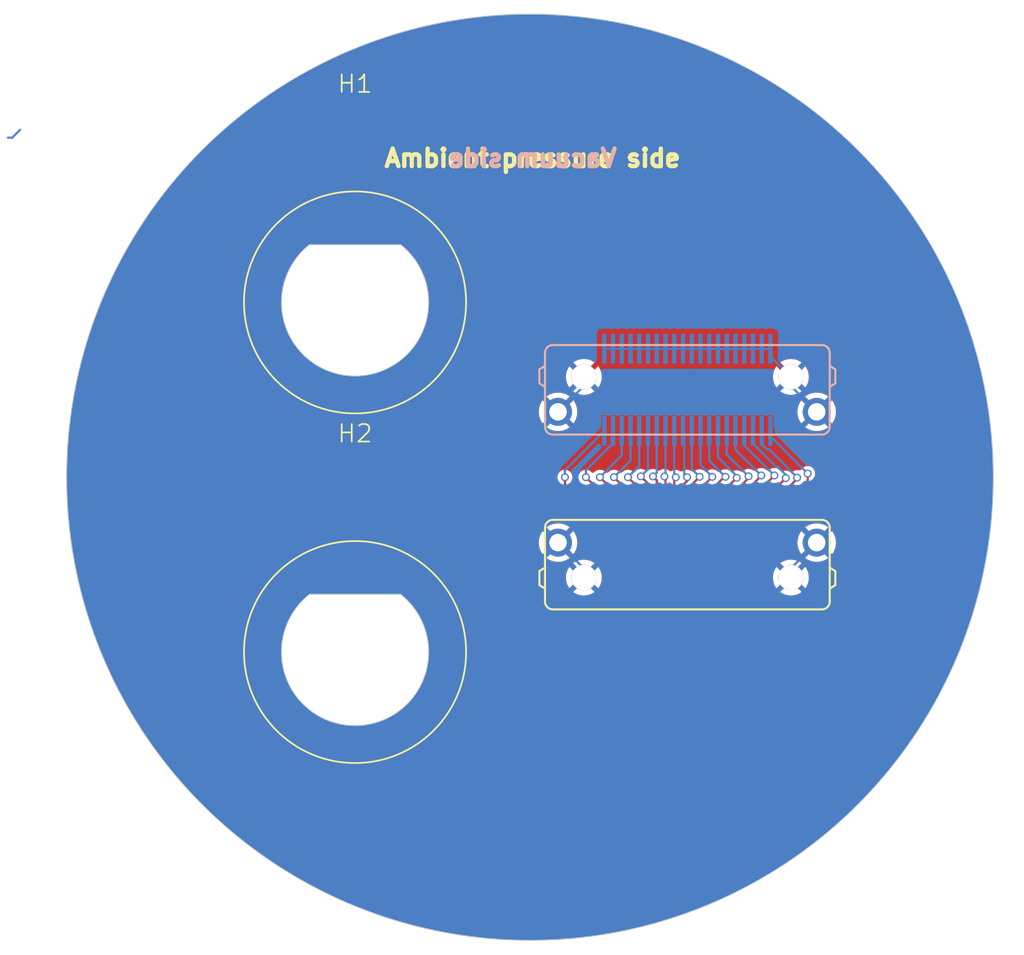
<source format=kicad_pcb>
(kicad_pcb (version 20221018) (generator pcbnew)
  (layers (0 "F.Cu" signal) (31 "B.Cu" signal) (34 "B.Paste" user) (35 "F.Paste" user) (36 "B.SilkS" user "B.Silkscreen") (37 "F.SilkS" user "F.Silkscreen") (38 "B.Mask" user) (39 "F.Mask" user) (44 "Edge.Cuts" user))
  (net 0 "")
  (net 1 "GND")
  (net 2 "Net-(U1-Pad2)")
  (net 3 "Net-(U1-Pad4)")
  (net 4 "Net-(U1-Pad6)")
  (net 5 "Net-(U1-Pad8)")
  (net 6 "Net-(U1-Pad10)")
  (net 7 "Net-(U1-Pad12)")
  (net 8 "Net-(U1-Pad14)")
  (net 9 "Net-(U1-Pad16)")
  (net 10 "Net-(U1-Pad18)")
  (net 11 "Net-(U1-Pad20)")
  (net 12 "Net-(U1-Pad22)")
  (net 13 "Net-(U1-Pad24)")
  (net 14 "Net-(U1-Pad26)")
  (net 15 "Net-(U1-Pad28)")
  (net 16 "Net-(U1-Pad30)")
  (net 17 "Net-(U1-Pad32)")
  (net 18 "Net-(U1-Pad34)")
  (net 19 "Net-(U1-Pad36)")
  (net 20 "Net-(U1-Pad38)")
  (net 21 "Net-(U1-Pad40)")
  (footprint "0_gateway06_lib:SMA_Hermetic" (layer "F.Cu") (at -10 -10)
    (fp_text reference "H1" (at 0 -12.5 unlocked) (layer "F.SilkS") (effects (font (thickness 0.1))))
    (fp_text value "MountingHole")
    (fp_circle (center 0 0) (end 6.35 0) (stroke (width 0.1)) (fill none) (layer "F.SilkS"))
    (fp_line (start -2.6 -3.3) (end 2.6 -3.3) (stroke (width 0.05)) (layer "Edge.Cuts"))
    (fp_arc (start 2.6 -3.3) (mid 0 4.20119) (end -2.6 -3.3) (stroke (width 0.05)) (layer "Edge.Cuts"))
  )
  (footprint "0_gateway06_lib:SMA_Hermetic" (layer "F.Cu") (at -10 10)
    (fp_text reference "H2" (at 0 -12.5 unlocked) (layer "F.SilkS") (effects (font (thickness 0.1))))
    (fp_text value "MountingHole")
    (fp_circle (center 0 0) (end 6.35 0) (stroke (width 0.1)) (fill none) (layer "F.SilkS"))
    (fp_line (start -2.6 -3.3) (end 2.6 -3.3) (stroke (width 0.05)) (layer "Edge.Cuts"))
    (fp_arc (start 2.6 -3.3) (mid 0 4.20119) (end -2.6 -3.3) (stroke (width 0.05)) (layer "Edge.Cuts"))
  )
  (footprint "0_gateway06_lib:LSHM-120-02.5-L-DV-A-S-TR" (layer "F.Cu") (at 9 5)
    (fp_text reference "U2" hide)
    (fp_text value "LSHM-120-02.5-L-DV-A-S-TR" hide)
    (fp_line (start -8.46 0.37) (end -8.46 1.17) (stroke (width 0.12)) (layer "F.SilkS"))
    (fp_line (start -8.46 0.37) (end -8.14 0.17) (stroke (width 0.12)) (layer "F.SilkS"))
    (fp_line (start -8.46 1.17) (end -8.14 1.37) (stroke (width 0.12)) (layer "F.SilkS"))
    (fp_line (start -8.14 -2.11) (end -8.14 2.11) (stroke (width 0.12)) (layer "F.SilkS"))
    (fp_line (start -7.69 -2.56) (end 7.69 -2.56) (stroke (width 0.12)) (layer "F.SilkS"))
    (fp_line (start -7.69 2.56) (end 7.69 2.56) (stroke (width 0.12)) (layer "F.SilkS"))
    (fp_line (start 8.14 2.11) (end 8.14 -2.11) (stroke (width 0.12)) (layer "F.SilkS"))
    (fp_line (start 8.46 0.37) (end 8.14 0.17) (stroke (width 0.12)) (layer "F.SilkS"))
    (fp_line (start 8.46 0.37) (end 8.46 1.17) (stroke (width 0.12)) (layer "F.SilkS"))
    (fp_line (start 8.46 1.17) (end 8.14 1.37) (stroke (width 0.12)) (layer "F.SilkS"))
    (fp_arc (start -8.14 -2.11) (mid -8.008198 -2.428198) (end -7.69 -2.56) (stroke (width 0.12)) (layer "F.SilkS"))
    (fp_arc (start -7.69 2.56) (mid -8.008198 2.428198) (end -8.14 2.11) (stroke (width 0.12)) (layer "F.SilkS"))
    (fp_arc (start 7.69 -2.56) (mid 8.008198 -2.428198) (end 8.14 -2.11) (stroke (width 0.12)) (layer "F.SilkS"))
    (fp_arc (start 8.14 2.11) (mid 8.008198 2.428198) (end 7.69 2.56) (stroke (width 0.12)) (layer "F.SilkS"))
    (pad "0" thru_hole circle (at -7.395 -1.26) (size 1.6 1.6) (drill 1) (layers "*.Cu" "*.Mask") (net 1 "GND"))
    (pad "0" thru_hole circle (at -5.92 0.74) (size 1.45 1.45) (drill 1.45) (layers "*.Cu" "*.Mask") (net 1 "GND"))
    (pad "0" thru_hole circle (at 5.92 0.74) (size 1.45 1.45) (drill 1.45) (layers "*.Cu" "*.Mask") (net 1 "GND"))
    (pad "0" thru_hole circle (at 7.395 -1.26) (size 1.6 1.6) (drill 1) (layers "*.Cu" "*.Mask") (net 1 "GND"))
    (pad "1" smd rect (at 4.75 2.35) (size 0.25 1.7) (layers "F.Cu" "F.Paste" "F.Mask") (net 1 "GND") (clearance 0.05))
    (pad "2" smd rect (at 4.75 -2.35) (size 0.25 1.7) (layers "F.Cu" "F.Paste" "F.Mask") (net 2 "Net-(U1-Pad2)") (clearance 0.05))
    (pad "3" smd rect (at 4.25 2.35) (size 0.25 1.7) (layers "F.Cu" "F.Paste" "F.Mask") (net 1 "GND") (clearance 0.05))
    (pad "4" smd rect (at 4.25 -2.35) (size 0.25 1.7) (layers "F.Cu" "F.Paste" "F.Mask") (net 3 "Net-(U1-Pad4)") (clearance 0.05))
    (pad "5" smd rect (at 3.75 2.35) (size 0.25 1.7) (layers "F.Cu" "F.Paste" "F.Mask") (net 1 "GND") (clearance 0.05))
    (pad "6" smd rect (at 3.75 -2.35) (size 0.25 1.7) (layers "F.Cu" "F.Paste" "F.Mask") (net 4 "Net-(U1-Pad6)") (clearance 0.05))
    (pad "7" smd rect (at 3.25 2.35) (size 0.25 1.7) (layers "F.Cu" "F.Paste" "F.Mask") (net 1 "GND") (clearance 0.05))
    (pad "8" smd rect (at 3.25 -2.35) (size 0.25 1.7) (layers "F.Cu" "F.Paste" "F.Mask") (net 5 "Net-(U1-Pad8)") (clearance 0.05))
    (pad "9" smd rect (at 2.75 2.35) (size 0.25 1.7) (layers "F.Cu" "F.Paste" "F.Mask") (net 1 "GND") (clearance 0.05))
    (pad "10" smd rect (at 2.75 -2.35) (size 0.25 1.7) (layers "F.Cu" "F.Paste" "F.Mask") (net 6 "Net-(U1-Pad10)") (clearance 0.05))
    (pad "11" smd rect (at 2.25 2.35) (size 0.25 1.7) (layers "F.Cu" "F.Paste" "F.Mask") (net 1 "GND") (clearance 0.05))
    (pad "12" smd rect (at 2.25 -2.35) (size 0.25 1.7) (layers "F.Cu" "F.Paste" "F.Mask") (net 7 "Net-(U1-Pad12)") (clearance 0.05))
    (pad "13" smd rect (at 1.75 2.35) (size 0.25 1.7) (layers "F.Cu" "F.Paste" "F.Mask") (net 1 "GND") (clearance 0.05))
    (pad "14" smd rect (at 1.75 -2.35) (size 0.25 1.7) (layers "F.Cu" "F.Paste" "F.Mask") (net 8 "Net-(U1-Pad14)") (clearance 0.05))
    (pad "15" smd rect (at 1.25 2.35) (size 0.25 1.7) (layers "F.Cu" "F.Paste" "F.Mask") (net 1 "GND") (clearance 0.05))
    (pad "16" smd rect (at 1.25 -2.35) (size 0.25 1.7) (layers "F.Cu" "F.Paste" "F.Mask") (net 9 "Net-(U1-Pad16)") (clearance 0.05))
    (pad "17" smd rect (at 0.75 2.35) (size 0.25 1.7) (layers "F.Cu" "F.Paste" "F.Mask") (net 1 "GND") (clearance 0.05))
    (pad "18" smd rect (at 0.75 -2.35) (size 0.25 1.7) (layers "F.Cu" "F.Paste" "F.Mask") (net 10 "Net-(U1-Pad18)") (clearance 0.05))
    (pad "19" smd rect (at 0.25 2.35) (size 0.25 1.7) (layers "F.Cu" "F.Paste" "F.Mask") (net 1 "GND") (clearance 0.05))
    (pad "20" smd rect (at 0.25 -2.35) (size 0.25 1.7) (layers "F.Cu" "F.Paste" "F.Mask") (net 11 "Net-(U1-Pad20)") (clearance 0.05))
    (pad "21" smd rect (at -0.25 2.35) (size 0.25 1.7) (layers "F.Cu" "F.Paste" "F.Mask") (net 1 "GND") (clearance 0.05))
    (pad "22" smd rect (at -0.25 -2.35) (size 0.25 1.7) (layers "F.Cu" "F.Paste" "F.Mask") (net 12 "Net-(U1-Pad22)") (clearance 0.05))
    (pad "23" smd rect (at -0.75 2.35) (size 0.25 1.7) (layers "F.Cu" "F.Paste" "F.Mask") (net 1 "GND") (clearance 0.05))
    (pad "24" smd rect (at -0.75 -2.35) (size 0.25 1.7) (layers "F.Cu" "F.Paste" "F.Mask") (net 13 "Net-(U1-Pad24)") (clearance 0.05))
    (pad "25" smd rect (at -1.25 2.35) (size 0.25 1.7) (layers "F.Cu" "F.Paste" "F.Mask") (net 1 "GND") (clearance 0.05))
    (pad "26" smd rect (at -1.25 -2.35) (size 0.25 1.7) (layers "F.Cu" "F.Paste" "F.Mask") (net 14 "Net-(U1-Pad26)") (clearance 0.05))
    (pad "27" smd rect (at -1.75 2.35) (size 0.25 1.7) (layers "F.Cu" "F.Paste" "F.Mask") (net 1 "GND") (clearance 0.05))
    (pad "28" smd rect (at -1.75 -2.35) (size 0.25 1.7) (layers "F.Cu" "F.Paste" "F.Mask") (net 15 "Net-(U1-Pad28)") (clearance 0.05))
    (pad "29" smd rect (at -2.25 2.35) (size 0.25 1.7) (layers "F.Cu" "F.Paste" "F.Mask") (net 1 "GND") (clearance 0.05))
    (pad "30" smd rect (at -2.25 -2.35) (size 0.25 1.7) (layers "F.Cu" "F.Paste" "F.Mask") (net 16 "Net-(U1-Pad30)") (clearance 0.05))
    (pad "31" smd rect (at -2.75 2.35) (size 0.25 1.7) (layers "F.Cu" "F.Paste" "F.Mask") (net 1 "GND") (clearance 0.05))
    (pad "32" smd rect (at -2.75 -2.35) (size 0.25 1.7) (layers "F.Cu" "F.Paste" "F.Mask") (net 17 "Net-(U1-Pad32)") (clearance 0.05))
    (pad "33" smd rect (at -3.25 2.35) (size 0.25 1.7) (layers "F.Cu" "F.Paste" "F.Mask") (net 1 "GND") (clearance 0.05))
    (pad "34" smd rect (at -3.25 -2.35) (size 0.25 1.7) (layers "F.Cu" "F.Paste" "F.Mask") (net 18 "Net-(U1-Pad34)") (clearance 0.05))
    (pad "35" smd rect (at -3.75 2.35) (size 0.25 1.7) (layers "F.Cu" "F.Paste" "F.Mask") (net 1 "GND") (clearance 0.05))
    (pad "36" smd rect (at -3.75 -2.35) (size 0.25 1.7) (layers "F.Cu" "F.Paste" "F.Mask") (net 19 "Net-(U1-Pad36)") (clearance 0.05))
    (pad "37" smd rect (at -4.25 2.35) (size 0.25 1.7) (layers "F.Cu" "F.Paste" "F.Mask") (net 1 "GND") (clearance 0.05))
    (pad "38" smd rect (at -4.25 -2.35) (size 0.25 1.7) (layers "F.Cu" "F.Paste" "F.Mask") (net 20 "Net-(U1-Pad38)") (clearance 0.05))
    (pad "39" smd rect (at -4.75 2.35) (size 0.25 1.7) (layers "F.Cu" "F.Paste" "F.Mask") (net 1 "GND") (clearance 0.05))
    (pad "40" smd rect (at -4.75 -2.35) (size 0.25 1.7) (layers "F.Cu" "F.Paste" "F.Mask") (net 21 "Net-(U1-Pad40)") (clearance 0.05))
  )
  (footprint "0_gateway06_lib:LSHM-120-02.5-L-DV-A-S-TR" (layer "B.Cu") (at 9 -5)
    (fp_text reference "U1" hide)
    (fp_text value "LSHM-120-02.5-L-DV-A-S-TR" hide)
    (fp_line (start -8.46 -1.17) (end -8.14 -1.37) (stroke (width 0.12)) (layer "B.SilkS"))
    (fp_line (start -8.46 -0.37) (end -8.46 -1.17) (stroke (width 0.12)) (layer "B.SilkS"))
    (fp_line (start -8.46 -0.37) (end -8.14 -0.17) (stroke (width 0.12)) (layer "B.SilkS"))
    (fp_line (start -8.14 2.11) (end -8.14 -2.11) (stroke (width 0.12)) (layer "B.SilkS"))
    (fp_line (start -7.69 -2.56) (end 7.69 -2.56) (stroke (width 0.12)) (layer "B.SilkS"))
    (fp_line (start -7.69 2.56) (end 7.69 2.56) (stroke (width 0.12)) (layer "B.SilkS"))
    (fp_line (start 8.14 -2.11) (end 8.14 2.11) (stroke (width 0.12)) (layer "B.SilkS"))
    (fp_line (start 8.46 -1.17) (end 8.14 -1.37) (stroke (width 0.12)) (layer "B.SilkS"))
    (fp_line (start 8.46 -0.37) (end 8.14 -0.17) (stroke (width 0.12)) (layer "B.SilkS"))
    (fp_line (start 8.46 -0.37) (end 8.46 -1.17) (stroke (width 0.12)) (layer "B.SilkS"))
    (fp_arc (start -8.14 -2.11) (mid -8.008198 -2.428198) (end -7.69 -2.56) (stroke (width 0.12)) (layer "B.SilkS"))
    (fp_arc (start -7.69 2.56) (mid -8.008198 2.428198) (end -8.14 2.11) (stroke (width 0.12)) (layer "B.SilkS"))
    (fp_arc (start 7.69 -2.56) (mid 8.008198 -2.428198) (end 8.14 -2.11) (stroke (width 0.12)) (layer "B.SilkS"))
    (fp_arc (start 8.14 2.11) (mid 8.008198 2.428198) (end 7.69 2.56) (stroke (width 0.12)) (layer "B.SilkS"))
    (pad "0" thru_hole circle (at -7.395 1.26) (size 1.6 1.6) (drill 1) (layers "*.Cu" "*.Mask") (net 1 "GND"))
    (pad "0" thru_hole circle (at -5.92 -0.74) (size 1.45 1.45) (drill 1.45) (layers "*.Cu" "*.Mask") (net 1 "GND"))
    (pad "0" thru_hole circle (at 5.92 -0.74) (size 1.45 1.45) (drill 1.45) (layers "*.Cu" "*.Mask") (net 1 "GND"))
    (pad "0" thru_hole circle (at 7.395 1.26) (size 1.6 1.6) (drill 1) (layers "*.Cu" "*.Mask") (net 1 "GND"))
    (pad "1" smd rect (at 4.75 -2.35) (size 0.25 1.7) (layers "B.Cu" "B.Paste" "B.Mask") (net 1 "GND") (clearance 0.05))
    (pad "2" smd rect (at 4.75 2.35) (size 0.25 1.7) (layers "B.Cu" "B.Paste" "B.Mask") (net 2 "Net-(U1-Pad2)") (clearance 0.05))
    (pad "3" smd rect (at 4.25 -2.35) (size 0.25 1.7) (layers "B.Cu" "B.Paste" "B.Mask") (net 1 "GND") (clearance 0.05))
    (pad "4" smd rect (at 4.25 2.35) (size 0.25 1.7) (layers "B.Cu" "B.Paste" "B.Mask") (net 3 "Net-(U1-Pad4)") (clearance 0.05))
    (pad "5" smd rect (at 3.75 -2.35) (size 0.25 1.7) (layers "B.Cu" "B.Paste" "B.Mask") (net 1 "GND") (clearance 0.05))
    (pad "6" smd rect (at 3.75 2.35) (size 0.25 1.7) (layers "B.Cu" "B.Paste" "B.Mask") (net 4 "Net-(U1-Pad6)") (clearance 0.05))
    (pad "7" smd rect (at 3.25 -2.35) (size 0.25 1.7) (layers "B.Cu" "B.Paste" "B.Mask") (net 1 "GND") (clearance 0.05))
    (pad "8" smd rect (at 3.25 2.35) (size 0.25 1.7) (layers "B.Cu" "B.Paste" "B.Mask") (net 5 "Net-(U1-Pad8)") (clearance 0.05))
    (pad "9" smd rect (at 2.75 -2.35) (size 0.25 1.7) (layers "B.Cu" "B.Paste" "B.Mask") (net 1 "GND") (clearance 0.05))
    (pad "10" smd rect (at 2.75 2.35) (size 0.25 1.7) (layers "B.Cu" "B.Paste" "B.Mask") (net 6 "Net-(U1-Pad10)") (clearance 0.05))
    (pad "11" smd rect (at 2.25 -2.35) (size 0.25 1.7) (layers "B.Cu" "B.Paste" "B.Mask") (net 1 "GND") (clearance 0.05))
    (pad "12" smd rect (at 2.25 2.35) (size 0.25 1.7) (layers "B.Cu" "B.Paste" "B.Mask") (net 7 "Net-(U1-Pad12)") (clearance 0.05))
    (pad "13" smd rect (at 1.75 -2.35) (size 0.25 1.7) (layers "B.Cu" "B.Paste" "B.Mask") (net 1 "GND") (clearance 0.05))
    (pad "14" smd rect (at 1.75 2.35) (size 0.25 1.7) (layers "B.Cu" "B.Paste" "B.Mask") (net 8 "Net-(U1-Pad14)") (clearance 0.05))
    (pad "15" smd rect (at 1.25 -2.35) (size 0.25 1.7) (layers "B.Cu" "B.Paste" "B.Mask") (net 1 "GND") (clearance 0.05))
    (pad "16" smd rect (at 1.25 2.35) (size 0.25 1.7) (layers "B.Cu" "B.Paste" "B.Mask") (net 9 "Net-(U1-Pad16)") (clearance 0.05))
    (pad "17" smd rect (at 0.75 -2.35) (size 0.25 1.7) (layers "B.Cu" "B.Paste" "B.Mask") (net 1 "GND") (clearance 0.05))
    (pad "18" smd rect (at 0.75 2.35) (size 0.25 1.7) (layers "B.Cu" "B.Paste" "B.Mask") (net 10 "Net-(U1-Pad18)") (clearance 0.05))
    (pad "19" smd rect (at 0.25 -2.35) (size 0.25 1.7) (layers "B.Cu" "B.Paste" "B.Mask") (net 1 "GND") (clearance 0.05))
    (pad "20" smd rect (at 0.25 2.35) (size 0.25 1.7) (layers "B.Cu" "B.Paste" "B.Mask") (net 11 "Net-(U1-Pad20)") (clearance 0.05))
    (pad "21" smd rect (at -0.25 -2.35) (size 0.25 1.7) (layers "B.Cu" "B.Paste" "B.Mask") (net 1 "GND") (clearance 0.05))
    (pad "22" smd rect (at -0.25 2.35) (size 0.25 1.7) (layers "B.Cu" "B.Paste" "B.Mask") (net 12 "Net-(U1-Pad22)") (clearance 0.05))
    (pad "23" smd rect (at -0.75 -2.35) (size 0.25 1.7) (layers "B.Cu" "B.Paste" "B.Mask") (net 1 "GND") (clearance 0.05))
    (pad "24" smd rect (at -0.75 2.35) (size 0.25 1.7) (layers "B.Cu" "B.Paste" "B.Mask") (net 13 "Net-(U1-Pad24)") (clearance 0.05))
    (pad "25" smd rect (at -1.25 -2.35) (size 0.25 1.7) (layers "B.Cu" "B.Paste" "B.Mask") (net 1 "GND") (clearance 0.05))
    (pad "26" smd rect (at -1.25 2.35) (size 0.25 1.7) (layers "B.Cu" "B.Paste" "B.Mask") (net 14 "Net-(U1-Pad26)") (clearance 0.05))
    (pad "27" smd rect (at -1.75 -2.35) (size 0.25 1.7) (layers "B.Cu" "B.Paste" "B.Mask") (net 1 "GND") (clearance 0.05))
    (pad "28" smd rect (at -1.75 2.35) (size 0.25 1.7) (layers "B.Cu" "B.Paste" "B.Mask") (net 15 "Net-(U1-Pad28)") (clearance 0.05))
    (pad "29" smd rect (at -2.25 -2.35) (size 0.25 1.7) (layers "B.Cu" "B.Paste" "B.Mask") (net 1 "GND") (clearance 0.05))
    (pad "30" smd rect (at -2.25 2.35) (size 0.25 1.7) (layers "B.Cu" "B.Paste" "B.Mask") (net 16 "Net-(U1-Pad30)") (clearance 0.05))
    (pad "31" smd rect (at -2.75 -2.35) (size 0.25 1.7) (layers "B.Cu" "B.Paste" "B.Mask") (net 1 "GND") (clearance 0.05))
    (pad "32" smd rect (at -2.75 2.35) (size 0.25 1.7) (layers "B.Cu" "B.Paste" "B.Mask") (net 17 "Net-(U1-Pad32)") (clearance 0.05))
    (pad "33" smd rect (at -3.25 -2.35) (size 0.25 1.7) (layers "B.Cu" "B.Paste" "B.Mask") (net 1 "GND") (clearance 0.05))
    (pad "34" smd rect (at -3.25 2.35) (size 0.25 1.7) (layers "B.Cu" "B.Paste" "B.Mask") (net 18 "Net-(U1-Pad34)") (clearance 0.05))
    (pad "35" smd rect (at -3.75 -2.35) (size 0.25 1.7) (layers "B.Cu" "B.Paste" "B.Mask") (net 1 "GND") (clearance 0.05))
    (pad "36" smd rect (at -3.75 2.35) (size 0.25 1.7) (layers "B.Cu" "B.Paste" "B.Mask") (net 19 "Net-(U1-Pad36)") (clearance 0.05))
    (pad "37" smd rect (at -4.25 -2.35) (size 0.25 1.7) (layers "B.Cu" "B.Paste" "B.Mask") (net 1 "GND") (clearance 0.05))
    (pad "38" smd rect (at -4.25 2.35) (size 0.25 1.7) (layers "B.Cu" "B.Paste" "B.Mask") (net 20 "Net-(U1-Pad38)") (clearance 0.05))
    (pad "39" smd rect (at -4.75 -2.35) (size 0.25 1.7) (layers "B.Cu" "B.Paste" "B.Mask") (net 1 "GND") (clearance 0.05))
    (pad "40" smd rect (at -4.75 2.35) (size 0.25 1.7) (layers "B.Cu" "B.Paste" "B.Mask") (net 21 "Net-(U1-Pad40)") (clearance 0.05))
  )
  (gr_circle (center 0 0) (end 26.5 0) (stroke (width 0.05)) (fill none) (layer "Edge.Cuts"))
  (gr_text "Vacuum side" (at 0.148 -18.25) (layer "B.SilkS") (effects (font (size 1 1) (thickness 0.25)) (justify mirror)))
  (gr_text "Ambient pressure side" (at 0.148 -18.25) (layer "F.SilkS") (effects (font (size 1 1) (thickness 0.25))))
  (segment (start -29.85 -19.425) (end -29.6 -19.425) (width 0.127) (layer "B.Cu") (net 0))
  (segment (start -29.6 -19.425) (end -29.15 -19.875) (width 0.127) (layer "B.Cu") (net 0))
  (segment (start 13.75 7.35) (end 4.25 7.35) (width 0.127) (layer "F.Cu") (net 1))
  (segment (start 4.25 6.91) (end 4.25 7.35) (width 0.127) (layer "F.Cu") (net 1))
  (segment (start 3.08 5.74) (end 4.25 6.91) (width 0.127) (layer "F.Cu") (net 1))
  (segment (start 16.395 3.74) (end 14.92 5.215) (width 0.127) (layer "B.Cu") (net 1))
  (segment (start 13.75 -6.91) (end 13.75 -7.35) (width 0.127) (layer "B.Cu") (net 1))
  (segment (start 14.92 -5.74) (end 13.75 -6.91) (width 0.127) (layer "B.Cu") (net 1))
  (segment (start 13.75 -7.35) (end 4.25 -7.35) (width 0.127) (layer "B.Cu") (net 1))
  (segment (start 14.92 5.215) (end 14.92 5.74) (width 0.127) (layer "B.Cu") (net 1))
  (segment (start 1.605 -3.74) (end 3.08 -5.215) (width 0.127) (layer "B.Cu") (net 1))
  (segment (start 14.92 -5.215) (end 14.92 -5.74) (width 0.127) (layer "B.Cu") (net 1))
  (segment (start 3.08 5.215) (end 3.08 5.74) (width 0.127) (layer "B.Cu") (net 1))
  (segment (start 3.08 -5.215) (end 3.08 -5.74) (width 0.127) (layer "B.Cu") (net 1))
  (segment (start 1.605 3.74) (end 3.08 5.215) (width 0.127) (layer "B.Cu") (net 1))
  (segment (start 16.395 -3.74) (end 14.92 -5.215) (width 0.127) (layer "B.Cu") (net 1))
  (segment (start 13.75 2.65) (end 15.879311 0.520689) (width 0.127) (layer "F.Cu") (net 2))
  (segment (start 15.879311 0.520689) (end 15.879311 -0.2114) (width 0.127) (layer "F.Cu") (net 2))
  (via (at 15.879311 -0.2114) (size 0.45) (drill 0.3) (layers "F.Cu" "B.Cu") (net 2))
  (segment (start 13.75 -2.340711) (end 15.879311 -0.2114) (width 0.127) (layer "B.Cu") (net 2))
  (segment (start 13.75 -2.65) (end 13.75 -2.340711) (width 0.127) (layer "B.Cu") (net 2))
  (segment (start 13.25 1.948) (end 14.6595 0.5385) (width 0.127) (layer "F.Cu") (net 3))
  (segment (start 13.25 2.65) (end 13.25 1.948) (width 0.127) (layer "F.Cu") (net 3))
  (segment (start 14.827344 0.5385) (end 15.273984 0.09186) (width 0.127) (layer "F.Cu") (net 3))
  (segment (start 15.273984 0.09186) (end 15.273984 0.024041) (width 0.127) (layer "F.Cu") (net 3))
  (segment (start 14.6595 0.5385) (end 14.827344 0.5385) (width 0.127) (layer "F.Cu") (net 3))
  (via (at 15.273984 0.024041) (size 0.45) (drill 0.3) (layers "F.Cu" "B.Cu") (net 3))
  (segment (start 13.25 -1.887448) (end 13.25 -2.65) (width 0.127) (layer "B.Cu") (net 3))
  (segment (start 15.273984 0.00814) (end 13.65962 -1.606224) (width 0.127) (layer "B.Cu") (net 3))
  (segment (start 13.65962 -1.606224) (end 13.531224 -1.606224) (width 0.127) (layer "B.Cu") (net 3))
  (segment (start 13.531224 -1.606224) (end 13.25 -1.887448) (width 0.127) (layer "B.Cu") (net 3))
  (segment (start 15.273984 0.024041) (end 15.273984 0.00814) (width 0.127) (layer "B.Cu") (net 3))
  (segment (start 12.75 1.925) (end 14.625 0.05) (width 0.127) (layer "F.Cu") (net 4))
  (segment (start 12.75 2.65) (end 12.75 1.925) (width 0.127) (layer "F.Cu") (net 4))
  (via (at 14.625 0.05) (size 0.45) (drill 0.3) (layers "F.Cu" "B.Cu") (net 4))
  (segment (start 14.0865 -0.5885) (end 14.177344 -0.5885) (width 0.127) (layer "B.Cu") (net 4))
  (segment (start 12.75 -2.65) (end 12.75 -1.925) (width 0.127) (layer "B.Cu") (net 4))
  (segment (start 12.75 -1.925) (end 14.0865 -0.5885) (width 0.127) (layer "B.Cu") (net 4))
  (segment (start 14.625 -0.140844) (end 14.625 0.05) (width 0.127) (layer "B.Cu") (net 4))
  (segment (start 14.177344 -0.5885) (end 14.625 -0.140844) (width 0.127) (layer "B.Cu") (net 4))
  (segment (start 12.25 2.65) (end 12.25 1.625) (width 0.127) (layer "F.Cu") (net 5))
  (segment (start 12.25 1.625) (end 13.975 -0.1) (width 0.127) (layer "F.Cu") (net 5))
  (via (at 13.975 -0.1) (size 0.45) (drill 0.3) (layers "F.Cu" "B.Cu") (net 5))
  (segment (start 12.25 -1.825) (end 12.25 -2.65) (width 0.127) (layer "B.Cu") (net 5))
  (segment (start 13.975 -0.1) (end 12.25 -1.825) (width 0.127) (layer "B.Cu") (net 5))
  (segment (start 13.225 -0.084156) (end 11.75 1.390844) (width 0.127) (layer "F.Cu") (net 6))
  (segment (start 13.225 -0.1) (end 13.225 -0.084156) (width 0.127) (layer "F.Cu") (net 6))
  (segment (start 11.75 1.390844) (end 11.75 2.65) (width 0.127) (layer "F.Cu") (net 6))
  (via (at 13.225 -0.1) (size 0.45) (drill 0.3) (layers "F.Cu" "B.Cu") (net 6))
  (segment (start 11.75 -1.575) (end 13.225 -0.1) (width 0.127) (layer "B.Cu") (net 6))
  (segment (start 11.75 -2.65) (end 11.75 -1.575) (width 0.127) (layer "B.Cu") (net 6))
  (segment (start 11.919171 0.625) (end 12.5 0.044171) (width 0.127) (layer "F.Cu") (net 7))
  (segment (start 12.5 0.044171) (end 12.5 -0.05) (width 0.127) (layer "F.Cu") (net 7))
  (segment (start 11.25 2.65) (end 11.25 1.25) (width 0.127) (layer "F.Cu") (net 7))
  (segment (start 11.25 1.25) (end 11.875 0.625) (width 0.127) (layer "F.Cu") (net 7))
  (segment (start 11.875 0.625) (end 11.919171 0.625) (width 0.127) (layer "F.Cu") (net 7))
  (via (at 12.5 -0.05) (size 0.45) (drill 0.3) (layers "F.Cu" "B.Cu") (net 7))
  (segment (start 11.25 -2.65) (end 11.25 -1.3) (width 0.127) (layer "B.Cu") (net 7))
  (segment (start 11.25 -1.3) (end 12.5 -0.05) (width 0.127) (layer "B.Cu") (net 7))
  (segment (start 10.75 2.65) (end 10.75 1.103327) (width 0.127) (layer "F.Cu") (net 8))
  (segment (start 10.75 1.103327) (end 11.822061 0.031266) (width 0.127) (layer "F.Cu") (net 8))
  (via (at 11.822061 0.031266) (size 0.45) (drill 0.3) (layers "F.Cu" "B.Cu") (net 8))
  (segment (start 10.75 -1.140844) (end 10.75 -2.65) (width 0.127) (layer "B.Cu") (net 8))
  (segment (start 11.822061 -0.068783) (end 10.75 -1.140844) (width 0.127) (layer "B.Cu") (net 8))
  (segment (start 11.822061 0.031266) (end 11.822061 -0.068783) (width 0.127) (layer "B.Cu") (net 8))
  (segment (start 11.115844 -0.025) (end 10.25 0.840844) (width 0.127) (layer "F.Cu") (net 9))
  (segment (start 10.25 0.840844) (end 10.25 2.65) (width 0.127) (layer "F.Cu") (net 9))
  (segment (start 11.175 -0.025) (end 11.115844 -0.025) (width 0.127) (layer "F.Cu") (net 9))
  (via (at 11.175 -0.025) (size 0.45) (drill 0.3) (layers "F.Cu" "B.Cu") (net 9))
  (segment (start 10.25 -0.95) (end 11.175 -0.025) (width 0.127) (layer "B.Cu") (net 9))
  (segment (start 10.25 -2.65) (end 10.25 -0.95) (width 0.127) (layer "B.Cu") (net 9))
  (segment (start 9.75 2.65) (end 9.75 0.65) (width 0.127) (layer "F.Cu") (net 10))
  (segment (start 9.75 0.65) (end 10.425 -0.025) (width 0.127) (layer "F.Cu") (net 10))
  (via (at 10.425 -0.025) (size 0.45) (drill 0.3) (layers "F.Cu" "B.Cu") (net 10))
  (segment (start 9.75 -0.7) (end 9.75 -2.65) (width 0.127) (layer "B.Cu") (net 10))
  (segment (start 10.425 -0.025) (end 9.75 -0.7) (width 0.127) (layer "B.Cu") (net 10))
  (segment (start 9.7 -0.025) (end 9.7 -0.024897) (width 0.127) (layer "F.Cu") (net 11))
  (segment (start 9.25 0.425103) (end 9.25 2.65) (width 0.127) (layer "F.Cu") (net 11))
  (segment (start 9.7 -0.024897) (end 9.25 0.425103) (width 0.127) (layer "F.Cu") (net 11))
  (via (at 9.7 -0.025) (size 0.45) (drill 0.3) (layers "F.Cu" "B.Cu") (net 11))
  (segment (start 9.25 -2.65) (end 9.25 -0.475) (width 0.127) (layer "B.Cu") (net 11))
  (segment (start 9.25 -0.475) (end 9.7 -0.025) (width 0.127) (layer "B.Cu") (net 11))
  (segment (start 8.75 0.45) (end 8.986753 0.213247) (width 0.127) (layer "F.Cu") (net 12))
  (segment (start 8.75 2.65) (end 8.75 0.45) (width 0.127) (layer "F.Cu") (net 12))
  (segment (start 8.986753 0.213247) (end 8.986753 -0.001787) (width 0.127) (layer "F.Cu") (net 12))
  (via (at 8.986753 -0.001787) (size 0.45) (drill 0.3) (layers "F.Cu" "B.Cu") (net 12))
  (segment (start 8.8258 -2.5742) (end 8.8258 -0.163431) (width 0.127) (layer "B.Cu") (net 12))
  (segment (start 8.8258 -0.16274) (end 8.986753 -0.001787) (width 0.127) (layer "B.Cu") (net 12))
  (segment (start 8.75 -2.65) (end 8.8258 -2.5742) (width 0.127) (layer "B.Cu") (net 12))
  (segment (start 8.8258 -0.163431) (end 8.8258 -0.16274) (width 0.127) (layer "B.Cu") (net 12))
  (segment (start 8.25 2.65) (end 8.25 0.093459) (width 0.127) (layer "F.Cu") (net 13))
  (segment (start 8.25 0.093459) (end 8.3373 0.006159) (width 0.127) (layer "F.Cu") (net 13))
  (via (at 8.3373 0.006159) (size 0.45) (drill 0.3) (layers "F.Cu" "B.Cu") (net 13))
  (segment (start 8.25 -0.081141) (end 8.25 -2.65) (width 0.127) (layer "B.Cu") (net 13))
  (segment (start 8.3373 0.006159) (end 8.25 -0.081141) (width 0.127) (layer "B.Cu") (net 13))
  (segment (start 7.75 0.017141) (end 7.75 2.65) (width 0.127) (layer "F.Cu") (net 14))
  (segment (start 7.689675 -0.043184) (end 7.75 0.017141) (width 0.127) (layer "F.Cu") (net 14))
  (via (at 7.689675 -0.043184) (size 0.45) (drill 0.3) (layers "F.Cu" "B.Cu") (net 14))
  (segment (start 7.75 -2.65) (end 7.75 -0.103509) (width 0.127) (layer "B.Cu") (net 14))
  (segment (start 7.75 -0.103509) (end 7.689675 -0.043184) (width 0.127) (layer "B.Cu") (net 14))
  (segment (start 7.25 0.168549) (end 7.034413 -0.047038) (width 0.127) (layer "F.Cu") (net 15))
  (segment (start 7.25 2.65) (end 7.25 0.168549) (width 0.127) (layer "F.Cu") (net 15))
  (via (at 7.034413 -0.047038) (size 0.45) (drill 0.3) (layers "F.Cu" "B.Cu") (net 15))
  (segment (start 7.034413 -0.047038) (end 7.25 -0.262625) (width 0.127) (layer "B.Cu") (net 15))
  (segment (start 7.25 -0.262625) (end 7.25 -2.65) (width 0.127) (layer "B.Cu") (net 15))
  (segment (start 6.75 0.358686) (end 6.75 2.65) (width 0.127) (layer "F.Cu") (net 16))
  (segment (start 6.340726 -0.050588) (end 6.75 0.358686) (width 0.127) (layer "F.Cu") (net 16))
  (via (at 6.340726 -0.050588) (size 0.45) (drill 0.3) (layers "F.Cu" "B.Cu") (net 16))
  (segment (start 6.75 -2.65) (end 6.75 -0.459862) (width 0.127) (layer "B.Cu") (net 16))
  (segment (start 6.75 -0.459862) (end 6.340726 -0.050588) (width 0.127) (layer "B.Cu") (net 16))
  (segment (start 6.25 2.65) (end 6.25 0.65) (width 0.127) (layer "F.Cu") (net 17))
  (segment (start 6.25 0.65) (end 5.6 0) (width 0.127) (layer "F.Cu") (net 17))
  (via (at 5.6 0) (size 0.45) (drill 0.3) (layers "F.Cu" "B.Cu") (net 17))
  (segment (start 6.25 -0.65) (end 6.25 -2.65) (width 0.127) (layer "B.Cu") (net 17))
  (segment (start 5.6 0) (end 6.25 -0.65) (width 0.127) (layer "B.Cu") (net 17))
  (segment (start 5.75 0.95) (end 5.75 2.65) (width 0.127) (layer "F.Cu") (net 18))
  (segment (start 4.8 0) (end 5.75 0.95) (width 0.127) (layer "F.Cu") (net 18))
  (via (at 4.8 0) (size 0.45) (drill 0.3) (layers "F.Cu" "B.Cu") (net 18))
  (segment (start 5.75 -2.65) (end 5.75 -0.95) (width 0.127) (layer "B.Cu") (net 18))
  (segment (start 5.75 -0.95) (end 4.8 0) (width 0.127) (layer "B.Cu") (net 18))
  (segment (start 5.25 1.25) (end 4 0) (width 0.127) (layer "F.Cu") (net 19))
  (segment (start 5.25 2.65) (end 5.25 1.25) (width 0.127) (layer "F.Cu") (net 19))
  (via (at 4 0) (size 0.45) (drill 0.3) (layers "F.Cu" "B.Cu") (net 19))
  (segment (start 4 0) (end 5.25 -1.25) (width 0.127) (layer "B.Cu") (net 19))
  (segment (start 5.25 -1.25) (end 5.25 -2.65) (width 0.127) (layer "B.Cu") (net 19))
  (segment (start 4.75 1.55) (end 4.75 2.65) (width 0.127) (layer "F.Cu") (net 20))
  (segment (start 3.2 0) (end 4.75 1.55) (width 0.127) (layer "F.Cu") (net 20))
  (via (at 3.2 0) (size 0.45) (drill 0.3) (layers "F.Cu" "B.Cu") (net 20))
  (segment (start 4.75 -2.65) (end 4.75 -1.948) (width 0.127) (layer "B.Cu") (net 20))
  (segment (start 4.75 -1.948) (end 3.2 -0.398) (width 0.127) (layer "B.Cu") (net 20))
  (segment (start 3.2 -0.398) (end 3.2 0) (width 0.127) (layer "B.Cu") (net 20))
  (segment (start 2 0.4) (end 2 0) (width 0.127) (layer "F.Cu") (net 21))
  (segment (start 4.25 2.65) (end 2 0.4) (width 0.127) (layer "F.Cu") (net 21))
  (via (at 2 0) (size 0.45) (drill 0.3) (layers "F.Cu" "B.Cu") (net 21))
  (segment (start 2 0) (end 2 -0.4) (width 0.127) (layer "B.Cu") (net 21))
  (segment (start 2 -0.4) (end 4.25 -2.65) (width 0.127) (layer "B.Cu") (net 21))
  (zone (net 1) (net_name "GND") (layers "F&B.Cu") (connect_pads (clearance 0.2)) (min_thickness 0.254) (fill yes (thermal_gap 0.3) (thermal_bridge_width 0.3))
    (polygon (pts (xy -30.3 -27.15) (xy 28.25 -27.3) (xy 28.25 27.2) (xy -30.3 27.35)))
  )
)
</source>
